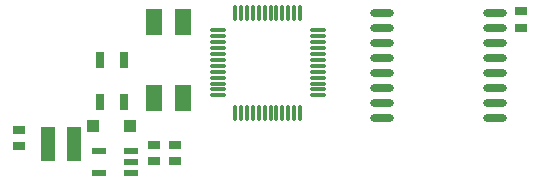
<source format=gbp>
G04*
G04 #@! TF.GenerationSoftware,Altium Limited,Altium Designer,20.2.4 (192)*
G04*
G04 Layer_Color=128*
%FSLAX25Y25*%
%MOIN*%
G70*
G04*
G04 #@! TF.SameCoordinates,121250D4-26CC-48BE-A980-2B83B7959B4A*
G04*
G04*
G04 #@! TF.FilePolarity,Positive*
G04*
G01*
G75*
%ADD18R,0.03150X0.05512*%
%ADD19R,0.03858X0.02677*%
%ADD45R,0.05512X0.08661*%
%ADD46R,0.05118X0.11811*%
%ADD47R,0.04528X0.02362*%
%ADD48R,0.03937X0.04331*%
%ADD49O,0.01181X0.05709*%
%ADD50O,0.05709X0.01181*%
%ADD51O,0.07874X0.02559*%
D18*
X-46965Y-4000D02*
D03*
X-55035D02*
D03*
Y10000D02*
D03*
X-46965D02*
D03*
D19*
X-82000Y-13244D02*
D03*
Y-18756D02*
D03*
X-37000Y-23756D02*
D03*
Y-18244D02*
D03*
X-30000Y-23756D02*
D03*
Y-18244D02*
D03*
X85300Y26156D02*
D03*
Y20644D02*
D03*
D45*
X-27079Y-2598D02*
D03*
X-36921D02*
D03*
Y22598D02*
D03*
X-27079D02*
D03*
D46*
X-72331Y-18000D02*
D03*
X-63669D02*
D03*
D47*
X-44685Y-20260D02*
D03*
Y-24000D02*
D03*
Y-27740D02*
D03*
X-55315D02*
D03*
Y-20260D02*
D03*
D48*
X-44898Y-12000D02*
D03*
X-57102D02*
D03*
D49*
X-9827Y-7634D02*
D03*
X-7858D02*
D03*
X-5890D02*
D03*
X-3921D02*
D03*
X-1953D02*
D03*
X16D02*
D03*
X1984D02*
D03*
X3953D02*
D03*
X5921D02*
D03*
X7890D02*
D03*
X9858D02*
D03*
X11827D02*
D03*
Y25634D02*
D03*
X9858D02*
D03*
X7890D02*
D03*
X5921D02*
D03*
X3953D02*
D03*
X1984D02*
D03*
X16D02*
D03*
X-1953D02*
D03*
X-3921D02*
D03*
X-5890D02*
D03*
X-7858D02*
D03*
X-9827D02*
D03*
D50*
X17634Y-1827D02*
D03*
Y142D02*
D03*
Y2110D02*
D03*
Y4079D02*
D03*
Y6047D02*
D03*
Y8016D02*
D03*
Y9984D02*
D03*
Y11953D02*
D03*
Y13921D02*
D03*
Y15890D02*
D03*
Y17858D02*
D03*
Y19827D02*
D03*
X-15634D02*
D03*
Y17858D02*
D03*
Y15890D02*
D03*
Y13921D02*
D03*
Y11953D02*
D03*
Y9984D02*
D03*
Y8016D02*
D03*
Y6047D02*
D03*
Y4079D02*
D03*
Y2110D02*
D03*
Y142D02*
D03*
Y-1827D02*
D03*
D51*
X76898Y25500D02*
D03*
Y20500D02*
D03*
Y15500D02*
D03*
Y10500D02*
D03*
Y5500D02*
D03*
Y500D02*
D03*
Y-4500D02*
D03*
Y-9500D02*
D03*
X39102Y25500D02*
D03*
Y20500D02*
D03*
Y15500D02*
D03*
Y10500D02*
D03*
Y5500D02*
D03*
Y500D02*
D03*
Y-4500D02*
D03*
Y-9500D02*
D03*
M02*

</source>
